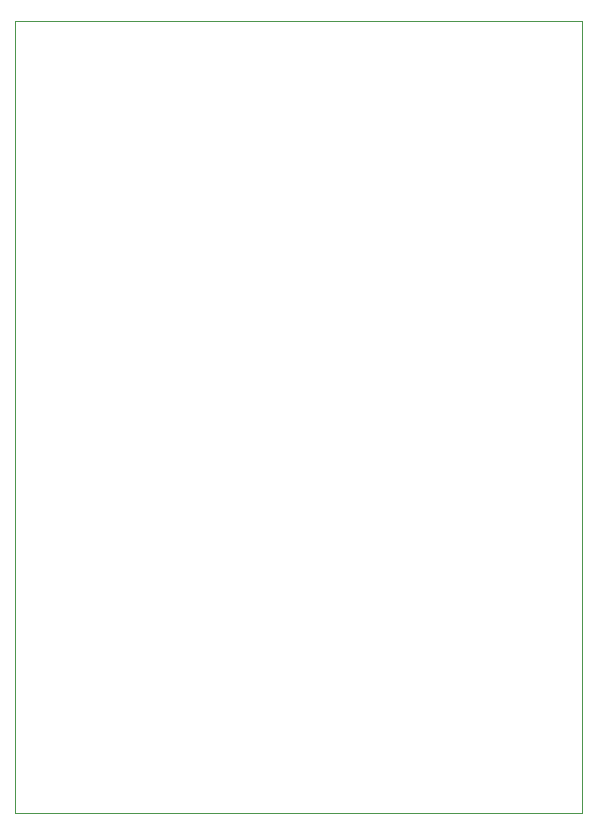
<source format=gm1>
G04 #@! TF.GenerationSoftware,KiCad,Pcbnew,7.0.10*
G04 #@! TF.CreationDate,2024-05-11T00:59:34-04:00*
G04 #@! TF.ProjectId,Remote PCB V2,52656d6f-7465-4205-9043-422056322e6b,rev?*
G04 #@! TF.SameCoordinates,Original*
G04 #@! TF.FileFunction,Profile,NP*
%FSLAX46Y46*%
G04 Gerber Fmt 4.6, Leading zero omitted, Abs format (unit mm)*
G04 Created by KiCad (PCBNEW 7.0.10) date 2024-05-11 00:59:34*
%MOMM*%
%LPD*%
G01*
G04 APERTURE LIST*
G04 #@! TA.AperFunction,Profile*
%ADD10C,0.100000*%
G04 #@! TD*
G04 APERTURE END LIST*
D10*
X62230000Y-254000D02*
X110236000Y-254000D01*
X110236000Y-67310000D01*
X62230000Y-67310000D01*
X62230000Y-254000D01*
M02*

</source>
